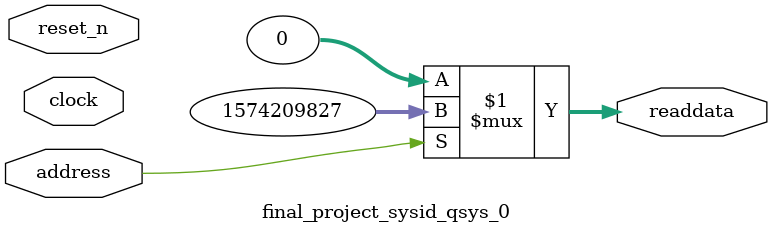
<source format=v>



// synthesis translate_off
`timescale 1ns / 1ps
// synthesis translate_on

// turn off superfluous verilog processor warnings 
// altera message_level Level1 
// altera message_off 10034 10035 10036 10037 10230 10240 10030 

module final_project_sysid_qsys_0 (
               // inputs:
                address,
                clock,
                reset_n,

               // outputs:
                readdata
             )
;

  output  [ 31: 0] readdata;
  input            address;
  input            clock;
  input            reset_n;

  wire    [ 31: 0] readdata;
  //control_slave, which is an e_avalon_slave
  assign readdata = address ? 1574209827 : 0;

endmodule



</source>
